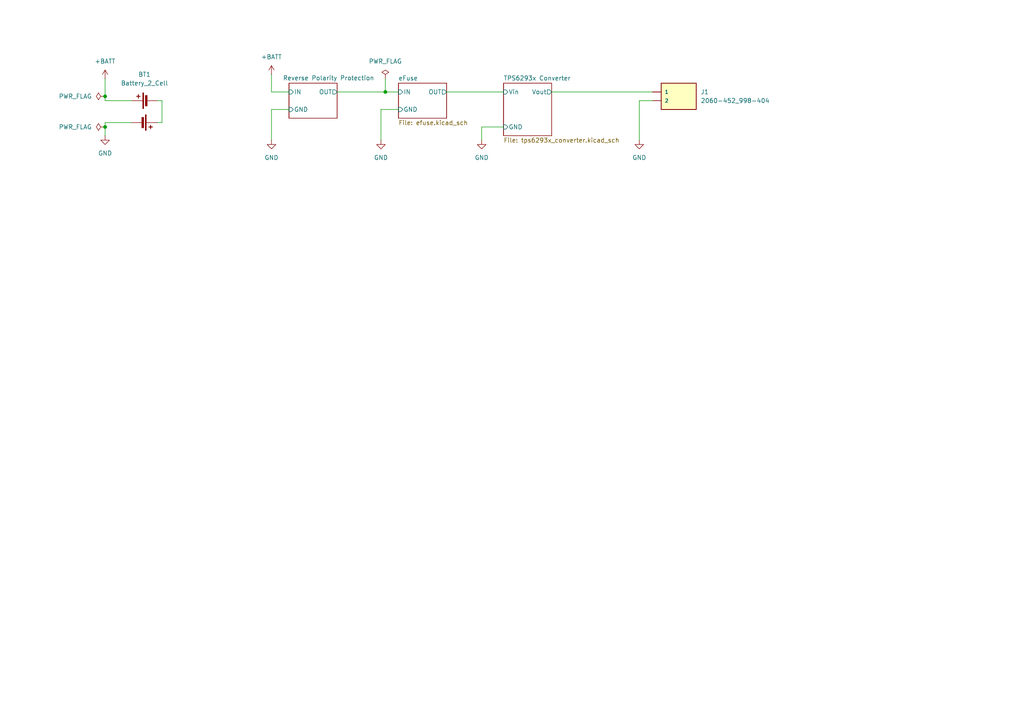
<source format=kicad_sch>
(kicad_sch (version 20231120) (generator "eeschema") (generator_version "8.0")
  (paper "A4")
  (lib_symbols
    (symbol "2060-452_998-404:2060-452_998-404" (pin_numbers hide) (pin_names (offset 1.016))
      (property "Reference" "J" (at -5.08 5.842 0))
      (property "Value" "2060-452_998-404" (at -10.668 -4.826 0))
      (symbol "2060-452_998-404_0_0"
        (rectangle (start -5.08 -2.54) (end 5.08 5.08) (stroke (width 0.254)) (fill (type background)))
      )
      (symbol "2060-452_998-404_1_0"
        (pin passive line (at -7.62 2.54 0) (length 2.54) (name "1") (number "1_1"))
        (pin passive line (at -7.62 2.54 0) (length 2.54) (name "1") (number "1_2"))
        (pin passive line (at -7.62 0 0) (length 2.54) (name "2") (number "2_1"))
        (pin passive line (at -7.62 0 0) (length 2.54) (name "2") (number "2_2"))
      )
    )
    (symbol "2_cells:Battery_2_Cell" (pin_numbers hide) (pin_names (offset 0) hide)
      (property "Reference" "BT" (at -7.112 6.604 0))
      (property "Value" "Battery_2_Cell" (at -7.112 4.572 0))
      (symbol "Battery_2_Cell_0_1"
        (rectangle (start -0.508 -2.286) (end -0.254 2.286) (fill (type outline)))
        (rectangle (start -0.254 -4.826) (end -0.762 -7.874) (fill (type outline)))
        (polyline (pts (xy -2.286 1.27) (xy -1.27 1.27)) (stroke (width 0.254)))
        (polyline (pts (xy -1.778 0.762) (xy -1.778 1.778)) (stroke (width 0.254)))
        (polyline (pts (xy -0.508 -6.35) (xy -1.27 -6.35)))
        (polyline (pts (xy -0.508 0) (xy -1.27 0)))
        (polyline (pts (xy 0.508 -6.35) (xy 1.27 -6.35)))
        (polyline (pts (xy 0.508 0) (xy 1.27 0)))
        (polyline (pts (xy 1.778 -7.112) (xy 1.778 -8.128)) (stroke (width 0.254)))
        (polyline (pts (xy 2.286 -7.62) (xy 1.27 -7.62)) (stroke (width 0.254)))
        (rectangle (start 0.254 -1.524) (end 0.762 1.524) (fill (type outline)))
        (rectangle (start 0.508 -4.064) (end 0.254 -8.636) (fill (type outline)))
      )
      (symbol "Battery_2_Cell_1_1"
        (pin passive line (at -3.81 0 0) (length 2.54) (name "+") (number "1"))
        (pin passive line (at 3.81 0 180) (length 2.54) (name "-") (number "2"))
        (pin passive line (at -3.81 -6.35 0) (length 2.54) (name "-") (number "3"))
        (pin passive line (at 3.81 -6.35 180) (length 2.54) (name "+") (number "4"))
      )
    )
    (symbol "power:+BATT" (power) (pin_numbers hide) (pin_names (offset 0) hide)
      (property "Value" "+BATT" (at 0 3.556 0))
      (symbol "+BATT_0_1"
        (polyline (pts (xy -0.762 1.27) (xy 0 2.54)))
        (polyline (pts (xy 0 0) (xy 0 2.54)))
        (polyline (pts (xy 0 2.54) (xy 0.762 1.27)))
      )
      (symbol "+BATT_1_1"
        (pin power_in line (at 0 0 90) (length 0) (name "~") (number "1"))
      )
    )
    (symbol "power:GND" (power) (pin_numbers hide) (pin_names (offset 0) hide)
      (property "Value" "GND" (at 0 -3.81 0))
      (symbol "GND_0_1"
        (polyline (pts (xy 0 0) (xy 0 -1.27) (xy 1.27 -1.27) (xy 0 -2.54) (xy -1.27 -1.27) (xy 0 -1.27)))
      )
      (symbol "GND_1_1"
        (pin power_in line (at 0 0 270) (length 0) (name "~") (number "1"))
      )
    )
    (symbol "power:PWR_FLAG" (power) (pin_numbers hide) (pin_names (offset 0) hide)
      (property "Value" "PWR_FLAG" (at 0 3.81 0))
      (symbol "PWR_FLAG_0_0"
        (pin power_out line (at 0 0 90) (length 0) (name "~") (number "1"))
      )
      (symbol "PWR_FLAG_0_1"
        (polyline (pts (xy 0 0) (xy 0 1.27) (xy -1.016 1.905) (xy 0 2.54) (xy 1.016 1.905) (xy 0 1.27)))
      )
    )
  )
  (junction (at 111.76 26.67))
  (junction (at 30.48 36.83))
  (junction (at 30.48 27.94))
  (wire (pts (xy 78.74 31.75) (xy 83.82 31.75)))
  (wire (pts (xy 30.48 35.56) (xy 38.1 35.56)))
  (wire (pts (xy 97.79 26.67) (xy 111.76 26.67)))
  (wire (pts (xy 46.99 35.56) (xy 45.72 35.56)))
  (wire (pts (xy 78.74 26.67) (xy 83.82 26.67)))
  (wire (pts (xy 185.42 29.21) (xy 189.23 29.21)))
  (wire (pts (xy 139.7 40.64) (xy 139.7 36.83)))
  (wire (pts (xy 110.49 31.75) (xy 115.57 31.75)))
  (wire (pts (xy 30.48 39.37) (xy 30.48 36.83)))
  (wire (pts (xy 30.48 36.83) (xy 30.48 35.56)))
  (wire (pts (xy 46.99 29.21) (xy 46.99 35.56)))
  (wire (pts (xy 139.7 36.83) (xy 146.05 36.83)))
  (wire (pts (xy 30.48 27.94) (xy 30.48 29.21)))
  (wire (pts (xy 78.74 40.64) (xy 78.74 31.75)))
  (wire (pts (xy 30.48 29.21) (xy 38.1 29.21)))
  (wire (pts (xy 185.42 40.64) (xy 185.42 29.21)))
  (wire (pts (xy 129.54 26.67) (xy 146.05 26.67)))
  (wire (pts (xy 30.48 22.86) (xy 30.48 27.94)))
  (wire (pts (xy 160.02 26.67) (xy 189.23 26.67)))
  (wire (pts (xy 111.76 26.67) (xy 115.57 26.67)))
  (wire (pts (xy 111.76 22.86) (xy 111.76 26.67)))
  (wire (pts (xy 110.49 40.64) (xy 110.49 31.75)))
  (wire (pts (xy 45.72 29.21) (xy 46.99 29.21)))
  (wire (pts (xy 78.74 21.59) (xy 78.74 26.67)))
  (symbol (lib_id "2_cells:Battery_2_Cell") (at 41.91 29.21 0) (unit 1)
    (property "Reference" "BT1" (at 41.91 21.59 0))
    (property "Value" "Battery_2_Cell" (at 41.91 24.13 0))
    (property "Footprint" "Battery_Holder:Keystone_1049P" (effects (hide yes)))
    (property "Description" "Dual-cell battery" (effects (hide yes)))
  )
  (symbol (lib_id "power:+BATT") (at 78.74 21.59 0) (unit 1)
    (property "Reference" "#PWR03" (effects (hide yes)))
    (property "Value" "+BATT" (at 78.74 16.51 0))
    (property "Description" "Power symbol creates a global label with name \"+BATT\"" (effects (hide yes)))
  )
  (symbol (lib_id "power:GND") (at 139.7 40.64 0) (unit 1)
    (property "Reference" "#PWR04" (effects (hide yes)))
    (property "Value" "GND" (at 139.7 45.72 0))
    (property "Description" "Power symbol creates a global label with name \"GND\" , ground" (effects (hide yes)))
  )
  (symbol (lib_id "power:+BATT") (at 30.48 22.86 0) (unit 1)
    (property "Reference" "#PWR01" (effects (hide yes)))
    (property "Value" "+BATT" (at 30.48 17.78 0))
    (property "Description" "Power symbol creates a global label with name \"+BATT\"" (effects (hide yes)))
  )
  (symbol (lib_id "power:PWR_FLAG") (at 30.48 36.83 90) (unit 1)
    (property "Reference" "#FLG02" (effects (hide yes)))
    (property "Value" "PWR_FLAG" (at 26.67 36.8299 90) (effects (justify left)))
    (property "Description" "Special symbol for telling ERC where power comes from" (effects (hide yes)))
  )
  (symbol (lib_id "power:GND") (at 110.49 40.64 0) (unit 1)
    (property "Reference" "#PWR06" (effects (hide yes)))
    (property "Value" "GND" (at 110.49 45.72 0))
    (property "Description" "Power symbol creates a global label with name \"GND\" , ground" (effects (hide yes)))
  )
  (symbol (lib_id "power:GND") (at 78.74 40.64 0) (unit 1)
    (property "Reference" "#PWR07" (effects (hide yes)))
    (property "Value" "GND" (at 78.74 45.72 0))
    (property "Description" "Power symbol creates a global label with name \"GND\" , ground" (effects (hide yes)))
  )
  (symbol (lib_id "2060-452_998-404:2060-452_998-404") (at 196.85 29.21 0) (unit 1)
    (property "Reference" "J1" (at 203.2 26.6699 0) (effects (justify left)))
    (property "Value" "2060-452_998-404" (at 203.2 29.2099 0) (effects (justify left)))
    (property "Footprint" "WAGO_2060-452-998-404:WAGO_2060-452_998-404" (effects (hide yes)))
    (property "MF" "WAGO" (effects (hide yes)))
    (property "MAXIMUM_PACKAGE_HEIGHT" "4.5 mm" (effects (hide yes)))
    (property "Package" "None" (effects (hide yes)))
    (property "Price" "None" (effects (hide yes)))
    (property "Check_prices" "https://www.snapeda.com/parts/2060-452/998-404/WAGO/view-part/?ref=eda" (effects (hide yes)))
    (property "STANDARD" "Manufacturer Recommendations" (effects (hide yes)))
    (property "PARTREV" "N/A" (effects (hide yes)))
    (property "SnapEDA_Link" "https://www.snapeda.com/parts/2060-452/998-404/WAGO/view-part/?ref=snap" (effects (hide yes)))
    (property "MP" "2060-452/998-404" (effects (hide yes)))
    (property "Description_1" "\n                        \n                            2 Position Wire to Board Terminal Block Horizontal with Board 0.157 (4.00mm) Surface Mount\n                        \n" (effects (hide yes)))
    (property "MANUFACTURER" "WAGO" (effects (hide yes)))
    (property "Availability" "In Stock" (effects (hide yes)))
    (property "SNAPEDA_PN" "2060-452/998-404" (effects (hide yes)))
  )
  (symbol (lib_id "power:PWR_FLAG") (at 30.48 27.94 90) (unit 1)
    (property "Reference" "#FLG01" (effects (hide yes)))
    (property "Value" "PWR_FLAG" (at 26.67 27.9399 90) (effects (justify left)))
    (property "Description" "Special symbol for telling ERC where power comes from" (effects (hide yes)))
  )
  (symbol (lib_id "power:PWR_FLAG") (at 111.76 22.86 0) (unit 1)
    (property "Reference" "#FLG03" (effects (hide yes)))
    (property "Value" "PWR_FLAG" (at 111.76 17.78 0))
    (property "Description" "Special symbol for telling ERC where power comes from" (effects (hide yes)))
  )
  (symbol (lib_id "power:GND") (at 30.48 39.37 0) (unit 1)
    (property "Reference" "#PWR02" (effects (hide yes)))
    (property "Value" "GND" (at 30.48 44.45 0))
    (property "Description" "Power symbol creates a global label with name \"GND\" , ground" (effects (hide yes)))
  )
  (symbol (lib_id "power:GND") (at 185.42 40.64 0) (unit 1)
    (property "Reference" "#PWR05" (effects (hide yes)))
    (property "Value" "GND" (at 185.42 45.72 0))
    (property "Description" "Power symbol creates a global label with name \"GND\" , ground" (effects (hide yes)))
  )
  (sheet (at 146.05 24.13) (size 13.97 15.24) (stroke (width 0.1524))
    (property "Sheetname" "TPS6293x Converter" (at 146.05 23.4184 0) (effects (justify left bottom)))
    (property "Sheetfile" "tps6293x_converter.kicad_sch" (at 146.05 39.9546 0) (effects (justify left top)))
    (pin "Vin" input (at 146.05 26.67 180))
    (pin "GND" input (at 146.05 36.83 180))
    (pin "Vout" output (at 160.02 26.67 0))
  )
  (sheet (at 83.82 24.13) (size 13.97 10.16) (stroke (width 0.1524))
    (property "Sheetname" "Reverse Polarity Protection" (at 82.042 23.368 0) (effects (justify left bottom)))
    (property "Sheetfile" "reverse_polarity_protection.kicad_sch" (effects (hide yes)))
    (pin "OUT" output (at 97.79 26.67 0))
    (pin "GND" input (at 83.82 31.75 180))
    (pin "IN" input (at 83.82 26.67 180))
  )
  (sheet (at 115.57 24.13) (size 13.97 10.16) (stroke (width 0.1524))
    (property "Sheetname" "eFuse" (at 115.57 23.4184 0) (effects (justify left bottom)))
    (property "Sheetfile" "efuse.kicad_sch" (at 115.57 34.8746 0) (effects (justify left top)))
    (pin "OUT" output (at 129.54 26.67 0))
    (pin "IN" input (at 115.57 26.67 180))
    (pin "GND" input (at 115.57 31.75 180))
  )
)
</source>
